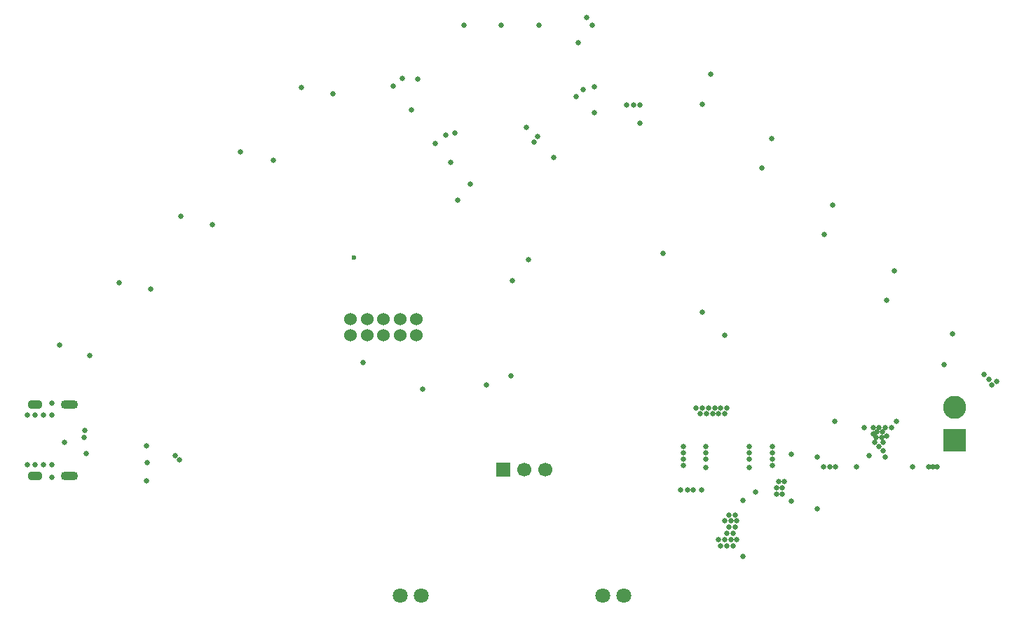
<source format=gbr>
%TF.GenerationSoftware,KiCad,Pcbnew,8.0.1*%
%TF.CreationDate,2024-07-21T18:11:55+02:00*%
%TF.ProjectId,LineFollower_V2,4c696e65-466f-46c6-9c6f-7765725f5632,rev?*%
%TF.SameCoordinates,Original*%
%TF.FileFunction,Copper,L2,Inr*%
%TF.FilePolarity,Positive*%
%FSLAX46Y46*%
G04 Gerber Fmt 4.6, Leading zero omitted, Abs format (unit mm)*
G04 Created by KiCad (PCBNEW 8.0.1) date 2024-07-21 18:11:55*
%MOMM*%
%LPD*%
G01*
G04 APERTURE LIST*
%TA.AperFunction,ComponentPad*%
%ADD10C,1.524000*%
%TD*%
%TA.AperFunction,ComponentPad*%
%ADD11C,1.800000*%
%TD*%
%TA.AperFunction,ComponentPad*%
%ADD12C,1.700000*%
%TD*%
%TA.AperFunction,ComponentPad*%
%ADD13R,1.700000X1.700000*%
%TD*%
%TA.AperFunction,ComponentPad*%
%ADD14O,1.800000X1.100000*%
%TD*%
%TA.AperFunction,ComponentPad*%
%ADD15O,2.100000X1.100000*%
%TD*%
%TA.AperFunction,ComponentPad*%
%ADD16C,2.800000*%
%TD*%
%TA.AperFunction,ComponentPad*%
%ADD17R,2.800000X2.800000*%
%TD*%
%TA.AperFunction,ViaPad*%
%ADD18C,0.650000*%
%TD*%
%TA.AperFunction,ViaPad*%
%ADD19C,0.600000*%
%TD*%
G04 APERTURE END LIST*
D10*
%TO.N,GND*%
%TO.C,U2*%
X130502500Y-69000000D03*
X130502500Y-70999000D03*
%TO.N,3V3*%
X128498000Y-69000000D03*
X128498000Y-70999000D03*
%TO.N,SDA_R*%
X126499000Y-69000000D03*
%TO.N,SCL_R*%
X126499000Y-70999000D03*
%TO.N,SDA_L*%
X124500000Y-69000000D03*
%TO.N,SCL_L*%
X124500000Y-70999000D03*
%TO.N,unconnected-(U2-Pad2)*%
X122498500Y-69000000D03*
%TO.N,unconnected-(U2-Pad1)*%
X122498500Y-70999000D03*
%TD*%
D11*
%TO.N,I_SENS_1_OUT*%
%TO.C,CN1*%
X128480000Y-102500000D03*
%TO.N,Net-(IC13-OUT2)*%
X131020000Y-102500000D03*
%TD*%
D12*
%TO.N,3V3_SWITCHING_OUT*%
%TO.C,H1*%
X146040000Y-87250000D03*
%TO.N,3V3*%
X143500000Y-87250000D03*
D13*
%TO.N,3V3_LDO_OUT*%
X140960000Y-87250000D03*
%TD*%
D14*
%TO.N,GND*%
%TO.C,USB1*%
X84409250Y-87972499D03*
D15*
X88589250Y-87972499D03*
D14*
X84409250Y-79332499D03*
D15*
X88589250Y-79332499D03*
%TD*%
D16*
%TO.N,GND*%
%TO.C,U1*%
X195500000Y-79700000D03*
D17*
%TO.N,VCC*%
X195500000Y-83660000D03*
%TD*%
D11*
%TO.N,I_SENS_2_OUT*%
%TO.C,CN2*%
X152980000Y-102500000D03*
%TO.N,Net-(IC14-OUT2)*%
X155520000Y-102500000D03*
%TD*%
D18*
%TO.N,GND*%
X160299613Y-61100387D03*
X124000000Y-74250000D03*
D19*
%TO.N,USB_VBUS*%
X101375000Y-85575000D03*
D18*
X101875000Y-86075000D03*
X101375000Y-85575000D03*
%TO.N,GND*%
X91000000Y-73400000D03*
X129900000Y-43700000D03*
X187250000Y-66750000D03*
X105800000Y-57600000D03*
X186755000Y-82667500D03*
X173450000Y-84450000D03*
X173450000Y-86700000D03*
X97946500Y-86358499D03*
X170700000Y-85200000D03*
X84446500Y-80652499D03*
X166950000Y-95700000D03*
X140750000Y-33500000D03*
X162700000Y-85950000D03*
X187130000Y-85667500D03*
X185630000Y-82167500D03*
X83446500Y-80652499D03*
X165450000Y-85200000D03*
X168450000Y-95700000D03*
X186380000Y-84417500D03*
X170700000Y-85950000D03*
X168200000Y-92700000D03*
X168950000Y-94200000D03*
X165450000Y-85950000D03*
X167700000Y-93450000D03*
X186880000Y-84917500D03*
X97875000Y-84325000D03*
X97875000Y-88575000D03*
X120400000Y-41800000D03*
X167200000Y-96450000D03*
X170700000Y-84450000D03*
X168700000Y-96450000D03*
X165450000Y-84450000D03*
X162700000Y-85200000D03*
X185980000Y-83346602D03*
X186710225Y-83346602D03*
X165000000Y-43000000D03*
X86446500Y-86652499D03*
X162700000Y-84450000D03*
X145250000Y-33500000D03*
X186380000Y-82167500D03*
X172250000Y-50750000D03*
X137000000Y-52700000D03*
X184541320Y-82184975D03*
X86446500Y-88152499D03*
X186054997Y-82667500D03*
D19*
X122958966Y-61558966D03*
D18*
X98400000Y-65400000D03*
X85446500Y-80652499D03*
X179750000Y-58750000D03*
X86446500Y-79152499D03*
X173450000Y-85200000D03*
X86446500Y-80652499D03*
X187130000Y-82167500D03*
X134600000Y-50100000D03*
X169200000Y-93450000D03*
X187880000Y-82167500D03*
X167950000Y-94950000D03*
X167700000Y-95700000D03*
X168200000Y-94200000D03*
X162700000Y-86700000D03*
X185880000Y-83917500D03*
X147067500Y-49475000D03*
X113200000Y-49800000D03*
X186880000Y-83917500D03*
X168950000Y-92700000D03*
X169200000Y-95700000D03*
X136250000Y-33500000D03*
X151750000Y-33500000D03*
X194250000Y-74500000D03*
X187255000Y-83167500D03*
X185630000Y-82917500D03*
X165450000Y-86950000D03*
X170700000Y-86950000D03*
X131250000Y-77500000D03*
X151950000Y-44050000D03*
X168450000Y-93450000D03*
X84446500Y-86652499D03*
X167950000Y-96450000D03*
X83446500Y-86652499D03*
X168700000Y-94950000D03*
X173450000Y-85950000D03*
X165000000Y-68200000D03*
X85446500Y-86652499D03*
%TO.N,3V3*%
X135100000Y-46500000D03*
X144000000Y-61813500D03*
X130600000Y-40000000D03*
X150000000Y-35600000D03*
X152000000Y-40900000D03*
X157500006Y-43100000D03*
X157500000Y-45300000D03*
X143800000Y-45800000D03*
%TO.N,ESP_BOOT0*%
X167750000Y-71000000D03*
%TO.N,VCC*%
X192880000Y-86917500D03*
X163950000Y-89675000D03*
X181130000Y-86917500D03*
X183630000Y-86917500D03*
X173950000Y-89450000D03*
X180380000Y-86917500D03*
X174950000Y-88700000D03*
X174200000Y-88700000D03*
X193380000Y-86917500D03*
X171450000Y-89950000D03*
X174700000Y-90200000D03*
X174700000Y-89450000D03*
X173950000Y-90200000D03*
X163200000Y-89700000D03*
X162400000Y-89700000D03*
X192380000Y-86917500D03*
X190380000Y-86917500D03*
X164950000Y-89700000D03*
X179630000Y-86917500D03*
%TO.N,3V3_SWITCHING_OUT*%
X168000000Y-79750000D03*
X167250000Y-79750000D03*
X167000000Y-80500000D03*
X164250000Y-79750000D03*
X166500000Y-79750000D03*
X165000000Y-79750000D03*
X175800000Y-91000000D03*
X164750000Y-80500000D03*
X165750000Y-79750000D03*
X166250000Y-80500000D03*
X167750000Y-80500000D03*
X165500000Y-80500000D03*
X175800000Y-85400000D03*
%TO.N,+5V*%
X178880000Y-85667500D03*
X94600000Y-64600000D03*
X109200000Y-48800000D03*
X199089968Y-75738187D03*
X180800000Y-55200000D03*
X188200000Y-63200000D03*
X116600000Y-41000000D03*
X166000000Y-39400000D03*
X195200000Y-70800000D03*
X200600001Y-76600000D03*
X151000000Y-32500000D03*
X200005212Y-76969094D03*
X199625890Y-76274110D03*
X87400000Y-72200000D03*
X102000000Y-56600000D03*
X178880000Y-92000000D03*
X173400000Y-47200000D03*
%TO.N,PG_3V3*%
X169950000Y-90950000D03*
X169950000Y-97700000D03*
%TO.N,PG_5V*%
X181005000Y-81417500D03*
X185130000Y-85517500D03*
X188505000Y-81417500D03*
%TO.N,CLK_Shift*%
X132787280Y-47761250D03*
X149800000Y-42100000D03*
X127670858Y-40829142D03*
X144700000Y-47600000D03*
X155900000Y-43100000D03*
%TO.N,LOAD_Shift*%
X156700003Y-43100000D03*
X128800000Y-39900000D03*
X145100000Y-46900000D03*
X134000000Y-46800000D03*
X150600000Y-41300000D03*
%TO.N,Shift_DATA*%
X135500000Y-54600000D03*
X142100000Y-64400000D03*
%TO.N,Net-(USB1-CC2)*%
X90596500Y-85252499D03*
%TO.N,Net-(USB1-CC1)*%
X90446500Y-82452499D03*
%TO.N,USB_D-*%
X90313750Y-83352499D03*
X138900000Y-77000000D03*
%TO.N,USB_D+*%
X141900000Y-75900000D03*
X87946500Y-83902499D03*
%TD*%
M02*

</source>
